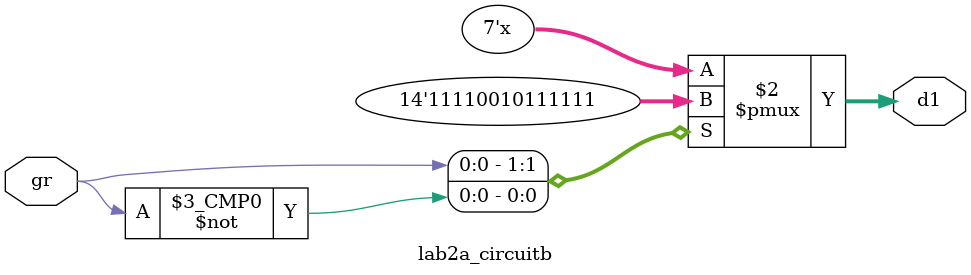
<source format=v>
module lab2a_circuitb(
    input gr,
    output reg [6:0] d1
);

always @(*) begin
    case (gr)
        1'b1 : d1 = 7'b1111001;
        1'b0 : d1 = 7'b0111111;
        default : d1 = 7'b1111111;
    endcase
end

endmodule

</source>
